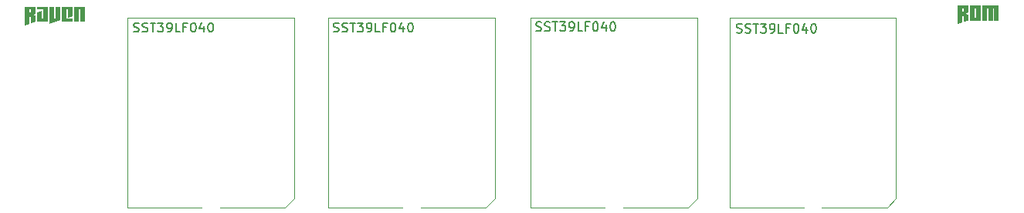
<source format=gto>
G04 #@! TF.GenerationSoftware,KiCad,Pcbnew,7.0.9*
G04 #@! TF.CreationDate,2024-06-30T23:03:44+02:00*
G04 #@! TF.ProjectId,simm72_rom_2M55,73696d6d-3732-45f7-926f-6d5f324d3535,A0*
G04 #@! TF.SameCoordinates,Original*
G04 #@! TF.FileFunction,Legend,Top*
G04 #@! TF.FilePolarity,Positive*
%FSLAX46Y46*%
G04 Gerber Fmt 4.6, Leading zero omitted, Abs format (unit mm)*
G04 Created by KiCad (PCBNEW 7.0.9) date 2024-06-30 23:03:44*
%MOMM*%
%LPD*%
G01*
G04 APERTURE LIST*
%ADD10C,0.150000*%
%ADD11C,0.120000*%
%ADD12R,1.040000X2.540000*%
%ADD13R,1.422400X1.422400*%
%ADD14C,1.422400*%
G04 APERTURE END LIST*
D10*
G36*
X155034154Y-85025495D02*
G01*
X154740330Y-85137358D01*
X155034154Y-85249710D01*
X155034154Y-85893534D01*
X154530037Y-86061573D01*
X154530037Y-85389417D01*
X154365173Y-85333729D01*
X154365173Y-86117749D01*
X153861789Y-86313632D01*
X153861789Y-84577554D01*
X154365173Y-84577554D01*
X154365173Y-84941475D01*
X154530037Y-84885300D01*
X154530037Y-84577554D01*
X154365173Y-84577554D01*
X153861789Y-84577554D01*
X153861789Y-84269319D01*
X155034154Y-84269319D01*
X155034154Y-85025495D01*
G37*
G36*
X156376513Y-85895000D02*
G01*
X155204147Y-85895000D01*
X155204147Y-84577554D01*
X155707532Y-84577554D01*
X155707532Y-85586765D01*
X155872396Y-85586765D01*
X155872396Y-84577554D01*
X155707532Y-84577554D01*
X155204147Y-84577554D01*
X155204147Y-84269319D01*
X156376513Y-84269319D01*
X156376513Y-85895000D01*
G37*
G36*
X156546506Y-85893534D02*
G01*
X156546506Y-84269319D01*
X158387120Y-84269319D01*
X158387120Y-85893534D01*
X157883003Y-85893534D01*
X157883003Y-84577554D01*
X157718872Y-84577554D01*
X157718872Y-85893534D01*
X157214755Y-85893534D01*
X157214755Y-84577554D01*
X157049891Y-84577554D01*
X157049891Y-85893534D01*
X156546506Y-85893534D01*
G37*
G36*
X52799154Y-85152495D02*
G01*
X52505330Y-85264358D01*
X52799154Y-85376710D01*
X52799154Y-86020534D01*
X52295037Y-86188573D01*
X52295037Y-85516417D01*
X52130173Y-85460729D01*
X52130173Y-86244749D01*
X51626789Y-86440632D01*
X51626789Y-84704554D01*
X52130173Y-84704554D01*
X52130173Y-85068475D01*
X52295037Y-85012300D01*
X52295037Y-84704554D01*
X52130173Y-84704554D01*
X51626789Y-84704554D01*
X51626789Y-84396319D01*
X52799154Y-84396319D01*
X52799154Y-85152495D01*
G37*
G36*
X52969147Y-85012788D02*
G01*
X53472532Y-84816905D01*
X53472532Y-85713765D01*
X53637396Y-85713765D01*
X53637396Y-84704554D01*
X52965484Y-84704554D01*
X52965484Y-84396319D01*
X54141513Y-84396319D01*
X54141513Y-86022000D01*
X52969147Y-86022000D01*
X52969147Y-85012788D01*
G37*
G36*
X54311506Y-84397785D02*
G01*
X54814891Y-84397785D01*
X54814891Y-85769941D01*
X54979755Y-85713765D01*
X54979755Y-84397785D01*
X55483872Y-84397785D01*
X55483872Y-85881804D01*
X54311506Y-86301902D01*
X54311506Y-84397785D01*
G37*
G36*
X56826230Y-85405531D02*
G01*
X56322113Y-85629745D01*
X56322113Y-84704554D01*
X56157249Y-84704554D01*
X56157249Y-85713765D01*
X56829894Y-85713765D01*
X56829894Y-86022000D01*
X55653865Y-86022000D01*
X55653865Y-84396319D01*
X56826230Y-84396319D01*
X56826230Y-85405531D01*
G37*
G36*
X58168589Y-86020534D02*
G01*
X57664472Y-86020534D01*
X57664472Y-84704554D01*
X57499608Y-84704554D01*
X57499608Y-86020534D01*
X56996224Y-86020534D01*
X56996224Y-84396319D01*
X58168589Y-84396319D01*
X58168589Y-86020534D01*
G37*
X85442857Y-87107200D02*
X85585714Y-87154819D01*
X85585714Y-87154819D02*
X85823809Y-87154819D01*
X85823809Y-87154819D02*
X85919047Y-87107200D01*
X85919047Y-87107200D02*
X85966666Y-87059580D01*
X85966666Y-87059580D02*
X86014285Y-86964342D01*
X86014285Y-86964342D02*
X86014285Y-86869104D01*
X86014285Y-86869104D02*
X85966666Y-86773866D01*
X85966666Y-86773866D02*
X85919047Y-86726247D01*
X85919047Y-86726247D02*
X85823809Y-86678628D01*
X85823809Y-86678628D02*
X85633333Y-86631009D01*
X85633333Y-86631009D02*
X85538095Y-86583390D01*
X85538095Y-86583390D02*
X85490476Y-86535771D01*
X85490476Y-86535771D02*
X85442857Y-86440533D01*
X85442857Y-86440533D02*
X85442857Y-86345295D01*
X85442857Y-86345295D02*
X85490476Y-86250057D01*
X85490476Y-86250057D02*
X85538095Y-86202438D01*
X85538095Y-86202438D02*
X85633333Y-86154819D01*
X85633333Y-86154819D02*
X85871428Y-86154819D01*
X85871428Y-86154819D02*
X86014285Y-86202438D01*
X86395238Y-87107200D02*
X86538095Y-87154819D01*
X86538095Y-87154819D02*
X86776190Y-87154819D01*
X86776190Y-87154819D02*
X86871428Y-87107200D01*
X86871428Y-87107200D02*
X86919047Y-87059580D01*
X86919047Y-87059580D02*
X86966666Y-86964342D01*
X86966666Y-86964342D02*
X86966666Y-86869104D01*
X86966666Y-86869104D02*
X86919047Y-86773866D01*
X86919047Y-86773866D02*
X86871428Y-86726247D01*
X86871428Y-86726247D02*
X86776190Y-86678628D01*
X86776190Y-86678628D02*
X86585714Y-86631009D01*
X86585714Y-86631009D02*
X86490476Y-86583390D01*
X86490476Y-86583390D02*
X86442857Y-86535771D01*
X86442857Y-86535771D02*
X86395238Y-86440533D01*
X86395238Y-86440533D02*
X86395238Y-86345295D01*
X86395238Y-86345295D02*
X86442857Y-86250057D01*
X86442857Y-86250057D02*
X86490476Y-86202438D01*
X86490476Y-86202438D02*
X86585714Y-86154819D01*
X86585714Y-86154819D02*
X86823809Y-86154819D01*
X86823809Y-86154819D02*
X86966666Y-86202438D01*
X87252381Y-86154819D02*
X87823809Y-86154819D01*
X87538095Y-87154819D02*
X87538095Y-86154819D01*
X88061905Y-86154819D02*
X88680952Y-86154819D01*
X88680952Y-86154819D02*
X88347619Y-86535771D01*
X88347619Y-86535771D02*
X88490476Y-86535771D01*
X88490476Y-86535771D02*
X88585714Y-86583390D01*
X88585714Y-86583390D02*
X88633333Y-86631009D01*
X88633333Y-86631009D02*
X88680952Y-86726247D01*
X88680952Y-86726247D02*
X88680952Y-86964342D01*
X88680952Y-86964342D02*
X88633333Y-87059580D01*
X88633333Y-87059580D02*
X88585714Y-87107200D01*
X88585714Y-87107200D02*
X88490476Y-87154819D01*
X88490476Y-87154819D02*
X88204762Y-87154819D01*
X88204762Y-87154819D02*
X88109524Y-87107200D01*
X88109524Y-87107200D02*
X88061905Y-87059580D01*
X89157143Y-87154819D02*
X89347619Y-87154819D01*
X89347619Y-87154819D02*
X89442857Y-87107200D01*
X89442857Y-87107200D02*
X89490476Y-87059580D01*
X89490476Y-87059580D02*
X89585714Y-86916723D01*
X89585714Y-86916723D02*
X89633333Y-86726247D01*
X89633333Y-86726247D02*
X89633333Y-86345295D01*
X89633333Y-86345295D02*
X89585714Y-86250057D01*
X89585714Y-86250057D02*
X89538095Y-86202438D01*
X89538095Y-86202438D02*
X89442857Y-86154819D01*
X89442857Y-86154819D02*
X89252381Y-86154819D01*
X89252381Y-86154819D02*
X89157143Y-86202438D01*
X89157143Y-86202438D02*
X89109524Y-86250057D01*
X89109524Y-86250057D02*
X89061905Y-86345295D01*
X89061905Y-86345295D02*
X89061905Y-86583390D01*
X89061905Y-86583390D02*
X89109524Y-86678628D01*
X89109524Y-86678628D02*
X89157143Y-86726247D01*
X89157143Y-86726247D02*
X89252381Y-86773866D01*
X89252381Y-86773866D02*
X89442857Y-86773866D01*
X89442857Y-86773866D02*
X89538095Y-86726247D01*
X89538095Y-86726247D02*
X89585714Y-86678628D01*
X89585714Y-86678628D02*
X89633333Y-86583390D01*
X90538095Y-87154819D02*
X90061905Y-87154819D01*
X90061905Y-87154819D02*
X90061905Y-86154819D01*
X91204762Y-86631009D02*
X90871429Y-86631009D01*
X90871429Y-87154819D02*
X90871429Y-86154819D01*
X90871429Y-86154819D02*
X91347619Y-86154819D01*
X91919048Y-86154819D02*
X92014286Y-86154819D01*
X92014286Y-86154819D02*
X92109524Y-86202438D01*
X92109524Y-86202438D02*
X92157143Y-86250057D01*
X92157143Y-86250057D02*
X92204762Y-86345295D01*
X92204762Y-86345295D02*
X92252381Y-86535771D01*
X92252381Y-86535771D02*
X92252381Y-86773866D01*
X92252381Y-86773866D02*
X92204762Y-86964342D01*
X92204762Y-86964342D02*
X92157143Y-87059580D01*
X92157143Y-87059580D02*
X92109524Y-87107200D01*
X92109524Y-87107200D02*
X92014286Y-87154819D01*
X92014286Y-87154819D02*
X91919048Y-87154819D01*
X91919048Y-87154819D02*
X91823810Y-87107200D01*
X91823810Y-87107200D02*
X91776191Y-87059580D01*
X91776191Y-87059580D02*
X91728572Y-86964342D01*
X91728572Y-86964342D02*
X91680953Y-86773866D01*
X91680953Y-86773866D02*
X91680953Y-86535771D01*
X91680953Y-86535771D02*
X91728572Y-86345295D01*
X91728572Y-86345295D02*
X91776191Y-86250057D01*
X91776191Y-86250057D02*
X91823810Y-86202438D01*
X91823810Y-86202438D02*
X91919048Y-86154819D01*
X93109524Y-86488152D02*
X93109524Y-87154819D01*
X92871429Y-86107200D02*
X92633334Y-86821485D01*
X92633334Y-86821485D02*
X93252381Y-86821485D01*
X93823810Y-86154819D02*
X93919048Y-86154819D01*
X93919048Y-86154819D02*
X94014286Y-86202438D01*
X94014286Y-86202438D02*
X94061905Y-86250057D01*
X94061905Y-86250057D02*
X94109524Y-86345295D01*
X94109524Y-86345295D02*
X94157143Y-86535771D01*
X94157143Y-86535771D02*
X94157143Y-86773866D01*
X94157143Y-86773866D02*
X94109524Y-86964342D01*
X94109524Y-86964342D02*
X94061905Y-87059580D01*
X94061905Y-87059580D02*
X94014286Y-87107200D01*
X94014286Y-87107200D02*
X93919048Y-87154819D01*
X93919048Y-87154819D02*
X93823810Y-87154819D01*
X93823810Y-87154819D02*
X93728572Y-87107200D01*
X93728572Y-87107200D02*
X93680953Y-87059580D01*
X93680953Y-87059580D02*
X93633334Y-86964342D01*
X93633334Y-86964342D02*
X93585715Y-86773866D01*
X93585715Y-86773866D02*
X93585715Y-86535771D01*
X93585715Y-86535771D02*
X93633334Y-86345295D01*
X93633334Y-86345295D02*
X93680953Y-86250057D01*
X93680953Y-86250057D02*
X93728572Y-86202438D01*
X93728572Y-86202438D02*
X93823810Y-86154819D01*
X129642857Y-87207200D02*
X129785714Y-87254819D01*
X129785714Y-87254819D02*
X130023809Y-87254819D01*
X130023809Y-87254819D02*
X130119047Y-87207200D01*
X130119047Y-87207200D02*
X130166666Y-87159580D01*
X130166666Y-87159580D02*
X130214285Y-87064342D01*
X130214285Y-87064342D02*
X130214285Y-86969104D01*
X130214285Y-86969104D02*
X130166666Y-86873866D01*
X130166666Y-86873866D02*
X130119047Y-86826247D01*
X130119047Y-86826247D02*
X130023809Y-86778628D01*
X130023809Y-86778628D02*
X129833333Y-86731009D01*
X129833333Y-86731009D02*
X129738095Y-86683390D01*
X129738095Y-86683390D02*
X129690476Y-86635771D01*
X129690476Y-86635771D02*
X129642857Y-86540533D01*
X129642857Y-86540533D02*
X129642857Y-86445295D01*
X129642857Y-86445295D02*
X129690476Y-86350057D01*
X129690476Y-86350057D02*
X129738095Y-86302438D01*
X129738095Y-86302438D02*
X129833333Y-86254819D01*
X129833333Y-86254819D02*
X130071428Y-86254819D01*
X130071428Y-86254819D02*
X130214285Y-86302438D01*
X130595238Y-87207200D02*
X130738095Y-87254819D01*
X130738095Y-87254819D02*
X130976190Y-87254819D01*
X130976190Y-87254819D02*
X131071428Y-87207200D01*
X131071428Y-87207200D02*
X131119047Y-87159580D01*
X131119047Y-87159580D02*
X131166666Y-87064342D01*
X131166666Y-87064342D02*
X131166666Y-86969104D01*
X131166666Y-86969104D02*
X131119047Y-86873866D01*
X131119047Y-86873866D02*
X131071428Y-86826247D01*
X131071428Y-86826247D02*
X130976190Y-86778628D01*
X130976190Y-86778628D02*
X130785714Y-86731009D01*
X130785714Y-86731009D02*
X130690476Y-86683390D01*
X130690476Y-86683390D02*
X130642857Y-86635771D01*
X130642857Y-86635771D02*
X130595238Y-86540533D01*
X130595238Y-86540533D02*
X130595238Y-86445295D01*
X130595238Y-86445295D02*
X130642857Y-86350057D01*
X130642857Y-86350057D02*
X130690476Y-86302438D01*
X130690476Y-86302438D02*
X130785714Y-86254819D01*
X130785714Y-86254819D02*
X131023809Y-86254819D01*
X131023809Y-86254819D02*
X131166666Y-86302438D01*
X131452381Y-86254819D02*
X132023809Y-86254819D01*
X131738095Y-87254819D02*
X131738095Y-86254819D01*
X132261905Y-86254819D02*
X132880952Y-86254819D01*
X132880952Y-86254819D02*
X132547619Y-86635771D01*
X132547619Y-86635771D02*
X132690476Y-86635771D01*
X132690476Y-86635771D02*
X132785714Y-86683390D01*
X132785714Y-86683390D02*
X132833333Y-86731009D01*
X132833333Y-86731009D02*
X132880952Y-86826247D01*
X132880952Y-86826247D02*
X132880952Y-87064342D01*
X132880952Y-87064342D02*
X132833333Y-87159580D01*
X132833333Y-87159580D02*
X132785714Y-87207200D01*
X132785714Y-87207200D02*
X132690476Y-87254819D01*
X132690476Y-87254819D02*
X132404762Y-87254819D01*
X132404762Y-87254819D02*
X132309524Y-87207200D01*
X132309524Y-87207200D02*
X132261905Y-87159580D01*
X133357143Y-87254819D02*
X133547619Y-87254819D01*
X133547619Y-87254819D02*
X133642857Y-87207200D01*
X133642857Y-87207200D02*
X133690476Y-87159580D01*
X133690476Y-87159580D02*
X133785714Y-87016723D01*
X133785714Y-87016723D02*
X133833333Y-86826247D01*
X133833333Y-86826247D02*
X133833333Y-86445295D01*
X133833333Y-86445295D02*
X133785714Y-86350057D01*
X133785714Y-86350057D02*
X133738095Y-86302438D01*
X133738095Y-86302438D02*
X133642857Y-86254819D01*
X133642857Y-86254819D02*
X133452381Y-86254819D01*
X133452381Y-86254819D02*
X133357143Y-86302438D01*
X133357143Y-86302438D02*
X133309524Y-86350057D01*
X133309524Y-86350057D02*
X133261905Y-86445295D01*
X133261905Y-86445295D02*
X133261905Y-86683390D01*
X133261905Y-86683390D02*
X133309524Y-86778628D01*
X133309524Y-86778628D02*
X133357143Y-86826247D01*
X133357143Y-86826247D02*
X133452381Y-86873866D01*
X133452381Y-86873866D02*
X133642857Y-86873866D01*
X133642857Y-86873866D02*
X133738095Y-86826247D01*
X133738095Y-86826247D02*
X133785714Y-86778628D01*
X133785714Y-86778628D02*
X133833333Y-86683390D01*
X134738095Y-87254819D02*
X134261905Y-87254819D01*
X134261905Y-87254819D02*
X134261905Y-86254819D01*
X135404762Y-86731009D02*
X135071429Y-86731009D01*
X135071429Y-87254819D02*
X135071429Y-86254819D01*
X135071429Y-86254819D02*
X135547619Y-86254819D01*
X136119048Y-86254819D02*
X136214286Y-86254819D01*
X136214286Y-86254819D02*
X136309524Y-86302438D01*
X136309524Y-86302438D02*
X136357143Y-86350057D01*
X136357143Y-86350057D02*
X136404762Y-86445295D01*
X136404762Y-86445295D02*
X136452381Y-86635771D01*
X136452381Y-86635771D02*
X136452381Y-86873866D01*
X136452381Y-86873866D02*
X136404762Y-87064342D01*
X136404762Y-87064342D02*
X136357143Y-87159580D01*
X136357143Y-87159580D02*
X136309524Y-87207200D01*
X136309524Y-87207200D02*
X136214286Y-87254819D01*
X136214286Y-87254819D02*
X136119048Y-87254819D01*
X136119048Y-87254819D02*
X136023810Y-87207200D01*
X136023810Y-87207200D02*
X135976191Y-87159580D01*
X135976191Y-87159580D02*
X135928572Y-87064342D01*
X135928572Y-87064342D02*
X135880953Y-86873866D01*
X135880953Y-86873866D02*
X135880953Y-86635771D01*
X135880953Y-86635771D02*
X135928572Y-86445295D01*
X135928572Y-86445295D02*
X135976191Y-86350057D01*
X135976191Y-86350057D02*
X136023810Y-86302438D01*
X136023810Y-86302438D02*
X136119048Y-86254819D01*
X137309524Y-86588152D02*
X137309524Y-87254819D01*
X137071429Y-86207200D02*
X136833334Y-86921485D01*
X136833334Y-86921485D02*
X137452381Y-86921485D01*
X138023810Y-86254819D02*
X138119048Y-86254819D01*
X138119048Y-86254819D02*
X138214286Y-86302438D01*
X138214286Y-86302438D02*
X138261905Y-86350057D01*
X138261905Y-86350057D02*
X138309524Y-86445295D01*
X138309524Y-86445295D02*
X138357143Y-86635771D01*
X138357143Y-86635771D02*
X138357143Y-86873866D01*
X138357143Y-86873866D02*
X138309524Y-87064342D01*
X138309524Y-87064342D02*
X138261905Y-87159580D01*
X138261905Y-87159580D02*
X138214286Y-87207200D01*
X138214286Y-87207200D02*
X138119048Y-87254819D01*
X138119048Y-87254819D02*
X138023810Y-87254819D01*
X138023810Y-87254819D02*
X137928572Y-87207200D01*
X137928572Y-87207200D02*
X137880953Y-87159580D01*
X137880953Y-87159580D02*
X137833334Y-87064342D01*
X137833334Y-87064342D02*
X137785715Y-86873866D01*
X137785715Y-86873866D02*
X137785715Y-86635771D01*
X137785715Y-86635771D02*
X137833334Y-86445295D01*
X137833334Y-86445295D02*
X137880953Y-86350057D01*
X137880953Y-86350057D02*
X137928572Y-86302438D01*
X137928572Y-86302438D02*
X138023810Y-86254819D01*
X63542857Y-87107200D02*
X63685714Y-87154819D01*
X63685714Y-87154819D02*
X63923809Y-87154819D01*
X63923809Y-87154819D02*
X64019047Y-87107200D01*
X64019047Y-87107200D02*
X64066666Y-87059580D01*
X64066666Y-87059580D02*
X64114285Y-86964342D01*
X64114285Y-86964342D02*
X64114285Y-86869104D01*
X64114285Y-86869104D02*
X64066666Y-86773866D01*
X64066666Y-86773866D02*
X64019047Y-86726247D01*
X64019047Y-86726247D02*
X63923809Y-86678628D01*
X63923809Y-86678628D02*
X63733333Y-86631009D01*
X63733333Y-86631009D02*
X63638095Y-86583390D01*
X63638095Y-86583390D02*
X63590476Y-86535771D01*
X63590476Y-86535771D02*
X63542857Y-86440533D01*
X63542857Y-86440533D02*
X63542857Y-86345295D01*
X63542857Y-86345295D02*
X63590476Y-86250057D01*
X63590476Y-86250057D02*
X63638095Y-86202438D01*
X63638095Y-86202438D02*
X63733333Y-86154819D01*
X63733333Y-86154819D02*
X63971428Y-86154819D01*
X63971428Y-86154819D02*
X64114285Y-86202438D01*
X64495238Y-87107200D02*
X64638095Y-87154819D01*
X64638095Y-87154819D02*
X64876190Y-87154819D01*
X64876190Y-87154819D02*
X64971428Y-87107200D01*
X64971428Y-87107200D02*
X65019047Y-87059580D01*
X65019047Y-87059580D02*
X65066666Y-86964342D01*
X65066666Y-86964342D02*
X65066666Y-86869104D01*
X65066666Y-86869104D02*
X65019047Y-86773866D01*
X65019047Y-86773866D02*
X64971428Y-86726247D01*
X64971428Y-86726247D02*
X64876190Y-86678628D01*
X64876190Y-86678628D02*
X64685714Y-86631009D01*
X64685714Y-86631009D02*
X64590476Y-86583390D01*
X64590476Y-86583390D02*
X64542857Y-86535771D01*
X64542857Y-86535771D02*
X64495238Y-86440533D01*
X64495238Y-86440533D02*
X64495238Y-86345295D01*
X64495238Y-86345295D02*
X64542857Y-86250057D01*
X64542857Y-86250057D02*
X64590476Y-86202438D01*
X64590476Y-86202438D02*
X64685714Y-86154819D01*
X64685714Y-86154819D02*
X64923809Y-86154819D01*
X64923809Y-86154819D02*
X65066666Y-86202438D01*
X65352381Y-86154819D02*
X65923809Y-86154819D01*
X65638095Y-87154819D02*
X65638095Y-86154819D01*
X66161905Y-86154819D02*
X66780952Y-86154819D01*
X66780952Y-86154819D02*
X66447619Y-86535771D01*
X66447619Y-86535771D02*
X66590476Y-86535771D01*
X66590476Y-86535771D02*
X66685714Y-86583390D01*
X66685714Y-86583390D02*
X66733333Y-86631009D01*
X66733333Y-86631009D02*
X66780952Y-86726247D01*
X66780952Y-86726247D02*
X66780952Y-86964342D01*
X66780952Y-86964342D02*
X66733333Y-87059580D01*
X66733333Y-87059580D02*
X66685714Y-87107200D01*
X66685714Y-87107200D02*
X66590476Y-87154819D01*
X66590476Y-87154819D02*
X66304762Y-87154819D01*
X66304762Y-87154819D02*
X66209524Y-87107200D01*
X66209524Y-87107200D02*
X66161905Y-87059580D01*
X67257143Y-87154819D02*
X67447619Y-87154819D01*
X67447619Y-87154819D02*
X67542857Y-87107200D01*
X67542857Y-87107200D02*
X67590476Y-87059580D01*
X67590476Y-87059580D02*
X67685714Y-86916723D01*
X67685714Y-86916723D02*
X67733333Y-86726247D01*
X67733333Y-86726247D02*
X67733333Y-86345295D01*
X67733333Y-86345295D02*
X67685714Y-86250057D01*
X67685714Y-86250057D02*
X67638095Y-86202438D01*
X67638095Y-86202438D02*
X67542857Y-86154819D01*
X67542857Y-86154819D02*
X67352381Y-86154819D01*
X67352381Y-86154819D02*
X67257143Y-86202438D01*
X67257143Y-86202438D02*
X67209524Y-86250057D01*
X67209524Y-86250057D02*
X67161905Y-86345295D01*
X67161905Y-86345295D02*
X67161905Y-86583390D01*
X67161905Y-86583390D02*
X67209524Y-86678628D01*
X67209524Y-86678628D02*
X67257143Y-86726247D01*
X67257143Y-86726247D02*
X67352381Y-86773866D01*
X67352381Y-86773866D02*
X67542857Y-86773866D01*
X67542857Y-86773866D02*
X67638095Y-86726247D01*
X67638095Y-86726247D02*
X67685714Y-86678628D01*
X67685714Y-86678628D02*
X67733333Y-86583390D01*
X68638095Y-87154819D02*
X68161905Y-87154819D01*
X68161905Y-87154819D02*
X68161905Y-86154819D01*
X69304762Y-86631009D02*
X68971429Y-86631009D01*
X68971429Y-87154819D02*
X68971429Y-86154819D01*
X68971429Y-86154819D02*
X69447619Y-86154819D01*
X70019048Y-86154819D02*
X70114286Y-86154819D01*
X70114286Y-86154819D02*
X70209524Y-86202438D01*
X70209524Y-86202438D02*
X70257143Y-86250057D01*
X70257143Y-86250057D02*
X70304762Y-86345295D01*
X70304762Y-86345295D02*
X70352381Y-86535771D01*
X70352381Y-86535771D02*
X70352381Y-86773866D01*
X70352381Y-86773866D02*
X70304762Y-86964342D01*
X70304762Y-86964342D02*
X70257143Y-87059580D01*
X70257143Y-87059580D02*
X70209524Y-87107200D01*
X70209524Y-87107200D02*
X70114286Y-87154819D01*
X70114286Y-87154819D02*
X70019048Y-87154819D01*
X70019048Y-87154819D02*
X69923810Y-87107200D01*
X69923810Y-87107200D02*
X69876191Y-87059580D01*
X69876191Y-87059580D02*
X69828572Y-86964342D01*
X69828572Y-86964342D02*
X69780953Y-86773866D01*
X69780953Y-86773866D02*
X69780953Y-86535771D01*
X69780953Y-86535771D02*
X69828572Y-86345295D01*
X69828572Y-86345295D02*
X69876191Y-86250057D01*
X69876191Y-86250057D02*
X69923810Y-86202438D01*
X69923810Y-86202438D02*
X70019048Y-86154819D01*
X71209524Y-86488152D02*
X71209524Y-87154819D01*
X70971429Y-86107200D02*
X70733334Y-86821485D01*
X70733334Y-86821485D02*
X71352381Y-86821485D01*
X71923810Y-86154819D02*
X72019048Y-86154819D01*
X72019048Y-86154819D02*
X72114286Y-86202438D01*
X72114286Y-86202438D02*
X72161905Y-86250057D01*
X72161905Y-86250057D02*
X72209524Y-86345295D01*
X72209524Y-86345295D02*
X72257143Y-86535771D01*
X72257143Y-86535771D02*
X72257143Y-86773866D01*
X72257143Y-86773866D02*
X72209524Y-86964342D01*
X72209524Y-86964342D02*
X72161905Y-87059580D01*
X72161905Y-87059580D02*
X72114286Y-87107200D01*
X72114286Y-87107200D02*
X72019048Y-87154819D01*
X72019048Y-87154819D02*
X71923810Y-87154819D01*
X71923810Y-87154819D02*
X71828572Y-87107200D01*
X71828572Y-87107200D02*
X71780953Y-87059580D01*
X71780953Y-87059580D02*
X71733334Y-86964342D01*
X71733334Y-86964342D02*
X71685715Y-86773866D01*
X71685715Y-86773866D02*
X71685715Y-86535771D01*
X71685715Y-86535771D02*
X71733334Y-86345295D01*
X71733334Y-86345295D02*
X71780953Y-86250057D01*
X71780953Y-86250057D02*
X71828572Y-86202438D01*
X71828572Y-86202438D02*
X71923810Y-86154819D01*
X107642857Y-87007200D02*
X107785714Y-87054819D01*
X107785714Y-87054819D02*
X108023809Y-87054819D01*
X108023809Y-87054819D02*
X108119047Y-87007200D01*
X108119047Y-87007200D02*
X108166666Y-86959580D01*
X108166666Y-86959580D02*
X108214285Y-86864342D01*
X108214285Y-86864342D02*
X108214285Y-86769104D01*
X108214285Y-86769104D02*
X108166666Y-86673866D01*
X108166666Y-86673866D02*
X108119047Y-86626247D01*
X108119047Y-86626247D02*
X108023809Y-86578628D01*
X108023809Y-86578628D02*
X107833333Y-86531009D01*
X107833333Y-86531009D02*
X107738095Y-86483390D01*
X107738095Y-86483390D02*
X107690476Y-86435771D01*
X107690476Y-86435771D02*
X107642857Y-86340533D01*
X107642857Y-86340533D02*
X107642857Y-86245295D01*
X107642857Y-86245295D02*
X107690476Y-86150057D01*
X107690476Y-86150057D02*
X107738095Y-86102438D01*
X107738095Y-86102438D02*
X107833333Y-86054819D01*
X107833333Y-86054819D02*
X108071428Y-86054819D01*
X108071428Y-86054819D02*
X108214285Y-86102438D01*
X108595238Y-87007200D02*
X108738095Y-87054819D01*
X108738095Y-87054819D02*
X108976190Y-87054819D01*
X108976190Y-87054819D02*
X109071428Y-87007200D01*
X109071428Y-87007200D02*
X109119047Y-86959580D01*
X109119047Y-86959580D02*
X109166666Y-86864342D01*
X109166666Y-86864342D02*
X109166666Y-86769104D01*
X109166666Y-86769104D02*
X109119047Y-86673866D01*
X109119047Y-86673866D02*
X109071428Y-86626247D01*
X109071428Y-86626247D02*
X108976190Y-86578628D01*
X108976190Y-86578628D02*
X108785714Y-86531009D01*
X108785714Y-86531009D02*
X108690476Y-86483390D01*
X108690476Y-86483390D02*
X108642857Y-86435771D01*
X108642857Y-86435771D02*
X108595238Y-86340533D01*
X108595238Y-86340533D02*
X108595238Y-86245295D01*
X108595238Y-86245295D02*
X108642857Y-86150057D01*
X108642857Y-86150057D02*
X108690476Y-86102438D01*
X108690476Y-86102438D02*
X108785714Y-86054819D01*
X108785714Y-86054819D02*
X109023809Y-86054819D01*
X109023809Y-86054819D02*
X109166666Y-86102438D01*
X109452381Y-86054819D02*
X110023809Y-86054819D01*
X109738095Y-87054819D02*
X109738095Y-86054819D01*
X110261905Y-86054819D02*
X110880952Y-86054819D01*
X110880952Y-86054819D02*
X110547619Y-86435771D01*
X110547619Y-86435771D02*
X110690476Y-86435771D01*
X110690476Y-86435771D02*
X110785714Y-86483390D01*
X110785714Y-86483390D02*
X110833333Y-86531009D01*
X110833333Y-86531009D02*
X110880952Y-86626247D01*
X110880952Y-86626247D02*
X110880952Y-86864342D01*
X110880952Y-86864342D02*
X110833333Y-86959580D01*
X110833333Y-86959580D02*
X110785714Y-87007200D01*
X110785714Y-87007200D02*
X110690476Y-87054819D01*
X110690476Y-87054819D02*
X110404762Y-87054819D01*
X110404762Y-87054819D02*
X110309524Y-87007200D01*
X110309524Y-87007200D02*
X110261905Y-86959580D01*
X111357143Y-87054819D02*
X111547619Y-87054819D01*
X111547619Y-87054819D02*
X111642857Y-87007200D01*
X111642857Y-87007200D02*
X111690476Y-86959580D01*
X111690476Y-86959580D02*
X111785714Y-86816723D01*
X111785714Y-86816723D02*
X111833333Y-86626247D01*
X111833333Y-86626247D02*
X111833333Y-86245295D01*
X111833333Y-86245295D02*
X111785714Y-86150057D01*
X111785714Y-86150057D02*
X111738095Y-86102438D01*
X111738095Y-86102438D02*
X111642857Y-86054819D01*
X111642857Y-86054819D02*
X111452381Y-86054819D01*
X111452381Y-86054819D02*
X111357143Y-86102438D01*
X111357143Y-86102438D02*
X111309524Y-86150057D01*
X111309524Y-86150057D02*
X111261905Y-86245295D01*
X111261905Y-86245295D02*
X111261905Y-86483390D01*
X111261905Y-86483390D02*
X111309524Y-86578628D01*
X111309524Y-86578628D02*
X111357143Y-86626247D01*
X111357143Y-86626247D02*
X111452381Y-86673866D01*
X111452381Y-86673866D02*
X111642857Y-86673866D01*
X111642857Y-86673866D02*
X111738095Y-86626247D01*
X111738095Y-86626247D02*
X111785714Y-86578628D01*
X111785714Y-86578628D02*
X111833333Y-86483390D01*
X112738095Y-87054819D02*
X112261905Y-87054819D01*
X112261905Y-87054819D02*
X112261905Y-86054819D01*
X113404762Y-86531009D02*
X113071429Y-86531009D01*
X113071429Y-87054819D02*
X113071429Y-86054819D01*
X113071429Y-86054819D02*
X113547619Y-86054819D01*
X114119048Y-86054819D02*
X114214286Y-86054819D01*
X114214286Y-86054819D02*
X114309524Y-86102438D01*
X114309524Y-86102438D02*
X114357143Y-86150057D01*
X114357143Y-86150057D02*
X114404762Y-86245295D01*
X114404762Y-86245295D02*
X114452381Y-86435771D01*
X114452381Y-86435771D02*
X114452381Y-86673866D01*
X114452381Y-86673866D02*
X114404762Y-86864342D01*
X114404762Y-86864342D02*
X114357143Y-86959580D01*
X114357143Y-86959580D02*
X114309524Y-87007200D01*
X114309524Y-87007200D02*
X114214286Y-87054819D01*
X114214286Y-87054819D02*
X114119048Y-87054819D01*
X114119048Y-87054819D02*
X114023810Y-87007200D01*
X114023810Y-87007200D02*
X113976191Y-86959580D01*
X113976191Y-86959580D02*
X113928572Y-86864342D01*
X113928572Y-86864342D02*
X113880953Y-86673866D01*
X113880953Y-86673866D02*
X113880953Y-86435771D01*
X113880953Y-86435771D02*
X113928572Y-86245295D01*
X113928572Y-86245295D02*
X113976191Y-86150057D01*
X113976191Y-86150057D02*
X114023810Y-86102438D01*
X114023810Y-86102438D02*
X114119048Y-86054819D01*
X115309524Y-86388152D02*
X115309524Y-87054819D01*
X115071429Y-86007200D02*
X114833334Y-86721485D01*
X114833334Y-86721485D02*
X115452381Y-86721485D01*
X116023810Y-86054819D02*
X116119048Y-86054819D01*
X116119048Y-86054819D02*
X116214286Y-86102438D01*
X116214286Y-86102438D02*
X116261905Y-86150057D01*
X116261905Y-86150057D02*
X116309524Y-86245295D01*
X116309524Y-86245295D02*
X116357143Y-86435771D01*
X116357143Y-86435771D02*
X116357143Y-86673866D01*
X116357143Y-86673866D02*
X116309524Y-86864342D01*
X116309524Y-86864342D02*
X116261905Y-86959580D01*
X116261905Y-86959580D02*
X116214286Y-87007200D01*
X116214286Y-87007200D02*
X116119048Y-87054819D01*
X116119048Y-87054819D02*
X116023810Y-87054819D01*
X116023810Y-87054819D02*
X115928572Y-87007200D01*
X115928572Y-87007200D02*
X115880953Y-86959580D01*
X115880953Y-86959580D02*
X115833334Y-86864342D01*
X115833334Y-86864342D02*
X115785715Y-86673866D01*
X115785715Y-86673866D02*
X115785715Y-86435771D01*
X115785715Y-86435771D02*
X115833334Y-86245295D01*
X115833334Y-86245295D02*
X115880953Y-86150057D01*
X115880953Y-86150057D02*
X115928572Y-86102438D01*
X115928572Y-86102438D02*
X116023810Y-86054819D01*
D11*
X103125000Y-105400000D02*
X103125000Y-85600000D01*
X103125000Y-85600000D02*
X84875000Y-85600000D01*
X102125000Y-106400000D02*
X103125000Y-105400000D01*
X95000000Y-106400000D02*
X102125000Y-106400000D01*
X84875000Y-106400000D02*
X93000000Y-106400000D01*
X84875000Y-85600000D02*
X84875000Y-106400000D01*
X147125000Y-105400000D02*
X147125000Y-85600000D01*
X147125000Y-85600000D02*
X128875000Y-85600000D01*
X146125000Y-106400000D02*
X147125000Y-105400000D01*
X139000000Y-106400000D02*
X146125000Y-106400000D01*
X128875000Y-106400000D02*
X137000000Y-106400000D01*
X128875000Y-85600000D02*
X128875000Y-106400000D01*
X81125000Y-105400000D02*
X81125000Y-85600000D01*
X81125000Y-85600000D02*
X62875000Y-85600000D01*
X80125000Y-106400000D02*
X81125000Y-105400000D01*
X73000000Y-106400000D02*
X80125000Y-106400000D01*
X62875000Y-106400000D02*
X71000000Y-106400000D01*
X62875000Y-85600000D02*
X62875000Y-106400000D01*
X125315000Y-105400000D02*
X125315000Y-85600000D01*
X125315000Y-85600000D02*
X107065000Y-85600000D01*
X124315000Y-106400000D02*
X125315000Y-105400000D01*
X117190000Y-106400000D02*
X124315000Y-106400000D01*
X107065000Y-106400000D02*
X115190000Y-106400000D01*
X107065000Y-85600000D02*
X107065000Y-106400000D01*
%LPC*%
D12*
X57375000Y-113921000D03*
X58645000Y-113921000D03*
X59915000Y-113921000D03*
X61185000Y-113921000D03*
X62455000Y-113921000D03*
X63725000Y-113921000D03*
X64995000Y-113921000D03*
X66265000Y-113921000D03*
X67535000Y-113921000D03*
X68805000Y-113921000D03*
X70075000Y-113921000D03*
X71345000Y-113921000D03*
X72615000Y-113921000D03*
X73885000Y-113921000D03*
X75155000Y-113921000D03*
X76425000Y-113921000D03*
X77695000Y-113921000D03*
X78965000Y-113921000D03*
X80235000Y-113921000D03*
X81505000Y-113921000D03*
X82775000Y-113921000D03*
X84045000Y-113921000D03*
X85315000Y-113921000D03*
X86585000Y-113921000D03*
X87855000Y-113921000D03*
X89125000Y-113921000D03*
X90395000Y-113921000D03*
X91665000Y-113921000D03*
X92935000Y-113921000D03*
X94205000Y-113921000D03*
X95475000Y-113921000D03*
X96745000Y-113921000D03*
X98015000Y-113921000D03*
X99285000Y-113921000D03*
X100555000Y-113921000D03*
X101825000Y-113921000D03*
X108175000Y-113921000D03*
X109445000Y-113921000D03*
X110715000Y-113921000D03*
X111985000Y-113921000D03*
X113255000Y-113921000D03*
X114525000Y-113921000D03*
X115795000Y-113921000D03*
X117065000Y-113921000D03*
X118335000Y-113921000D03*
X119605000Y-113921000D03*
X120875000Y-113921000D03*
X122145000Y-113921000D03*
X123415000Y-113921000D03*
X124685000Y-113921000D03*
X125955000Y-113921000D03*
X127225000Y-113921000D03*
X128495000Y-113921000D03*
X129765000Y-113921000D03*
X131035000Y-113921000D03*
X132305000Y-113921000D03*
X133575000Y-113921000D03*
X134845000Y-113921000D03*
X136115000Y-113921000D03*
X137385000Y-113921000D03*
X138655000Y-113921000D03*
X139925000Y-113921000D03*
X141195000Y-113921000D03*
X142465000Y-113921000D03*
X143735000Y-113921000D03*
X145005000Y-113921000D03*
X146275000Y-113921000D03*
X147545000Y-113921000D03*
X148815000Y-113921000D03*
X150085000Y-113921000D03*
X151355000Y-113921000D03*
X152625000Y-113921000D03*
D13*
X92730000Y-101080000D03*
D14*
X95270000Y-103620000D03*
X95270000Y-101080000D03*
X97810000Y-103620000D03*
X100350000Y-101080000D03*
X97810000Y-101080000D03*
X100350000Y-98540000D03*
X97810000Y-98540000D03*
X100350000Y-96000000D03*
X97810000Y-96000000D03*
X100350000Y-93460000D03*
X97810000Y-93460000D03*
X100350000Y-90920000D03*
X97810000Y-88380000D03*
X97810000Y-90920000D03*
X95270000Y-88380000D03*
X95270000Y-90920000D03*
X92730000Y-88380000D03*
X92730000Y-90920000D03*
X90190000Y-88380000D03*
X87650000Y-90920000D03*
X90190000Y-90920000D03*
X87650000Y-93460000D03*
X90190000Y-93460000D03*
X87650000Y-96000000D03*
X90190000Y-96000000D03*
X87650000Y-98540000D03*
X90190000Y-98540000D03*
X87650000Y-101080000D03*
X90190000Y-103620000D03*
X90190000Y-101080000D03*
X92730000Y-103620000D03*
D13*
X136730000Y-101080000D03*
D14*
X139270000Y-103620000D03*
X139270000Y-101080000D03*
X141810000Y-103620000D03*
X144350000Y-101080000D03*
X141810000Y-101080000D03*
X144350000Y-98540000D03*
X141810000Y-98540000D03*
X144350000Y-96000000D03*
X141810000Y-96000000D03*
X144350000Y-93460000D03*
X141810000Y-93460000D03*
X144350000Y-90920000D03*
X141810000Y-88380000D03*
X141810000Y-90920000D03*
X139270000Y-88380000D03*
X139270000Y-90920000D03*
X136730000Y-88380000D03*
X136730000Y-90920000D03*
X134190000Y-88380000D03*
X131650000Y-90920000D03*
X134190000Y-90920000D03*
X131650000Y-93460000D03*
X134190000Y-93460000D03*
X131650000Y-96000000D03*
X134190000Y-96000000D03*
X131650000Y-98540000D03*
X134190000Y-98540000D03*
X131650000Y-101080000D03*
X134190000Y-103620000D03*
X134190000Y-101080000D03*
X136730000Y-103620000D03*
D13*
X70730000Y-101080000D03*
D14*
X73270000Y-103620000D03*
X73270000Y-101080000D03*
X75810000Y-103620000D03*
X78350000Y-101080000D03*
X75810000Y-101080000D03*
X78350000Y-98540000D03*
X75810000Y-98540000D03*
X78350000Y-96000000D03*
X75810000Y-96000000D03*
X78350000Y-93460000D03*
X75810000Y-93460000D03*
X78350000Y-90920000D03*
X75810000Y-88380000D03*
X75810000Y-90920000D03*
X73270000Y-88380000D03*
X73270000Y-90920000D03*
X70730000Y-88380000D03*
X70730000Y-90920000D03*
X68190000Y-88380000D03*
X65650000Y-90920000D03*
X68190000Y-90920000D03*
X65650000Y-93460000D03*
X68190000Y-93460000D03*
X65650000Y-96000000D03*
X68190000Y-96000000D03*
X65650000Y-98540000D03*
X68190000Y-98540000D03*
X65650000Y-101080000D03*
X68190000Y-103620000D03*
X68190000Y-101080000D03*
X70730000Y-103620000D03*
D13*
X114920000Y-101080000D03*
D14*
X117460000Y-103620000D03*
X117460000Y-101080000D03*
X120000000Y-103620000D03*
X122540000Y-101080000D03*
X120000000Y-101080000D03*
X122540000Y-98540000D03*
X120000000Y-98540000D03*
X122540000Y-96000000D03*
X120000000Y-96000000D03*
X122540000Y-93460000D03*
X120000000Y-93460000D03*
X122540000Y-90920000D03*
X120000000Y-88380000D03*
X120000000Y-90920000D03*
X117460000Y-88380000D03*
X117460000Y-90920000D03*
X114920000Y-88380000D03*
X114920000Y-90920000D03*
X112380000Y-88380000D03*
X109840000Y-90920000D03*
X112380000Y-90920000D03*
X109840000Y-93460000D03*
X112380000Y-93460000D03*
X109840000Y-96000000D03*
X112380000Y-96000000D03*
X109840000Y-98540000D03*
X112380000Y-98540000D03*
X109840000Y-101080000D03*
X112380000Y-103620000D03*
X112380000Y-101080000D03*
X114920000Y-103620000D03*
G36*
X102530039Y-112391285D02*
G01*
X102575794Y-112444089D01*
X102587000Y-112495600D01*
X102587000Y-115321000D01*
X102567315Y-115388039D01*
X102514511Y-115433794D01*
X102463000Y-115445000D01*
X56737000Y-115445000D01*
X56669961Y-115425315D01*
X56624206Y-115372511D01*
X56613000Y-115321000D01*
X56613000Y-112495600D01*
X56632685Y-112428561D01*
X56685489Y-112382806D01*
X56737000Y-112371600D01*
X102463000Y-112371600D01*
X102530039Y-112391285D01*
G37*
G36*
X153330039Y-112391285D02*
G01*
X153375794Y-112444089D01*
X153387000Y-112495600D01*
X153387000Y-115321000D01*
X153367315Y-115388039D01*
X153314511Y-115433794D01*
X153263000Y-115445000D01*
X107537000Y-115445000D01*
X107469961Y-115425315D01*
X107424206Y-115372511D01*
X107413000Y-115321000D01*
X107413000Y-112495600D01*
X107432685Y-112428561D01*
X107485489Y-112382806D01*
X107537000Y-112371600D01*
X153263000Y-112371600D01*
X153330039Y-112391285D01*
G37*
%LPD*%
M02*

</source>
